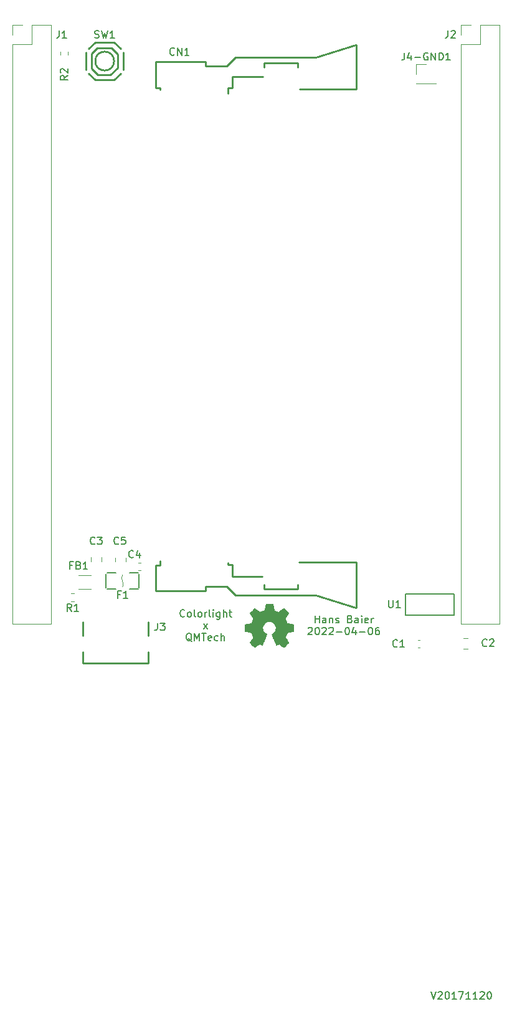
<source format=gbr>
%TF.GenerationSoftware,KiCad,Pcbnew,6.0.4-6f826c9f35~116~ubuntu20.04.1*%
%TF.CreationDate,2022-04-07T06:29:18+07:00*%
%TF.ProjectId,Colorlight2QMTech,436f6c6f-726c-4696-9768-7432514d5465,rev?*%
%TF.SameCoordinates,Original*%
%TF.FileFunction,Legend,Top*%
%TF.FilePolarity,Positive*%
%FSLAX46Y46*%
G04 Gerber Fmt 4.6, Leading zero omitted, Abs format (unit mm)*
G04 Created by KiCad (PCBNEW 6.0.4-6f826c9f35~116~ubuntu20.04.1) date 2022-04-07 06:29:18*
%MOMM*%
%LPD*%
G01*
G04 APERTURE LIST*
%ADD10C,0.150000*%
%ADD11C,0.120000*%
%ADD12C,0.250000*%
%ADD13C,0.010000*%
%ADD14C,0.080000*%
G04 APERTURE END LIST*
D10*
X135033238Y-122075380D02*
X135033238Y-121075380D01*
X135033238Y-121551571D02*
X135604666Y-121551571D01*
X135604666Y-122075380D02*
X135604666Y-121075380D01*
X136509428Y-122075380D02*
X136509428Y-121551571D01*
X136461809Y-121456333D01*
X136366571Y-121408714D01*
X136176095Y-121408714D01*
X136080857Y-121456333D01*
X136509428Y-122027761D02*
X136414190Y-122075380D01*
X136176095Y-122075380D01*
X136080857Y-122027761D01*
X136033238Y-121932523D01*
X136033238Y-121837285D01*
X136080857Y-121742047D01*
X136176095Y-121694428D01*
X136414190Y-121694428D01*
X136509428Y-121646809D01*
X136985619Y-121408714D02*
X136985619Y-122075380D01*
X136985619Y-121503952D02*
X137033238Y-121456333D01*
X137128476Y-121408714D01*
X137271333Y-121408714D01*
X137366571Y-121456333D01*
X137414190Y-121551571D01*
X137414190Y-122075380D01*
X137842761Y-122027761D02*
X137938000Y-122075380D01*
X138128476Y-122075380D01*
X138223714Y-122027761D01*
X138271333Y-121932523D01*
X138271333Y-121884904D01*
X138223714Y-121789666D01*
X138128476Y-121742047D01*
X137985619Y-121742047D01*
X137890380Y-121694428D01*
X137842761Y-121599190D01*
X137842761Y-121551571D01*
X137890380Y-121456333D01*
X137985619Y-121408714D01*
X138128476Y-121408714D01*
X138223714Y-121456333D01*
X139795142Y-121551571D02*
X139938000Y-121599190D01*
X139985619Y-121646809D01*
X140033238Y-121742047D01*
X140033238Y-121884904D01*
X139985619Y-121980142D01*
X139938000Y-122027761D01*
X139842761Y-122075380D01*
X139461809Y-122075380D01*
X139461809Y-121075380D01*
X139795142Y-121075380D01*
X139890380Y-121123000D01*
X139938000Y-121170619D01*
X139985619Y-121265857D01*
X139985619Y-121361095D01*
X139938000Y-121456333D01*
X139890380Y-121503952D01*
X139795142Y-121551571D01*
X139461809Y-121551571D01*
X140890380Y-122075380D02*
X140890380Y-121551571D01*
X140842761Y-121456333D01*
X140747523Y-121408714D01*
X140557047Y-121408714D01*
X140461809Y-121456333D01*
X140890380Y-122027761D02*
X140795142Y-122075380D01*
X140557047Y-122075380D01*
X140461809Y-122027761D01*
X140414190Y-121932523D01*
X140414190Y-121837285D01*
X140461809Y-121742047D01*
X140557047Y-121694428D01*
X140795142Y-121694428D01*
X140890380Y-121646809D01*
X141366571Y-122075380D02*
X141366571Y-121408714D01*
X141366571Y-121075380D02*
X141318952Y-121123000D01*
X141366571Y-121170619D01*
X141414190Y-121123000D01*
X141366571Y-121075380D01*
X141366571Y-121170619D01*
X142223714Y-122027761D02*
X142128476Y-122075380D01*
X141938000Y-122075380D01*
X141842761Y-122027761D01*
X141795142Y-121932523D01*
X141795142Y-121551571D01*
X141842761Y-121456333D01*
X141938000Y-121408714D01*
X142128476Y-121408714D01*
X142223714Y-121456333D01*
X142271333Y-121551571D01*
X142271333Y-121646809D01*
X141795142Y-121742047D01*
X142699904Y-122075380D02*
X142699904Y-121408714D01*
X142699904Y-121599190D02*
X142747523Y-121503952D01*
X142795142Y-121456333D01*
X142890380Y-121408714D01*
X142985619Y-121408714D01*
X134080857Y-122780619D02*
X134128476Y-122733000D01*
X134223714Y-122685380D01*
X134461809Y-122685380D01*
X134557047Y-122733000D01*
X134604666Y-122780619D01*
X134652285Y-122875857D01*
X134652285Y-122971095D01*
X134604666Y-123113952D01*
X134033238Y-123685380D01*
X134652285Y-123685380D01*
X135271333Y-122685380D02*
X135366571Y-122685380D01*
X135461809Y-122733000D01*
X135509428Y-122780619D01*
X135557047Y-122875857D01*
X135604666Y-123066333D01*
X135604666Y-123304428D01*
X135557047Y-123494904D01*
X135509428Y-123590142D01*
X135461809Y-123637761D01*
X135366571Y-123685380D01*
X135271333Y-123685380D01*
X135176095Y-123637761D01*
X135128476Y-123590142D01*
X135080857Y-123494904D01*
X135033238Y-123304428D01*
X135033238Y-123066333D01*
X135080857Y-122875857D01*
X135128476Y-122780619D01*
X135176095Y-122733000D01*
X135271333Y-122685380D01*
X135985619Y-122780619D02*
X136033238Y-122733000D01*
X136128476Y-122685380D01*
X136366571Y-122685380D01*
X136461809Y-122733000D01*
X136509428Y-122780619D01*
X136557047Y-122875857D01*
X136557047Y-122971095D01*
X136509428Y-123113952D01*
X135938000Y-123685380D01*
X136557047Y-123685380D01*
X136938000Y-122780619D02*
X136985619Y-122733000D01*
X137080857Y-122685380D01*
X137318952Y-122685380D01*
X137414190Y-122733000D01*
X137461809Y-122780619D01*
X137509428Y-122875857D01*
X137509428Y-122971095D01*
X137461809Y-123113952D01*
X136890380Y-123685380D01*
X137509428Y-123685380D01*
X137938000Y-123304428D02*
X138699904Y-123304428D01*
X139366571Y-122685380D02*
X139461809Y-122685380D01*
X139557047Y-122733000D01*
X139604666Y-122780619D01*
X139652285Y-122875857D01*
X139699904Y-123066333D01*
X139699904Y-123304428D01*
X139652285Y-123494904D01*
X139604666Y-123590142D01*
X139557047Y-123637761D01*
X139461809Y-123685380D01*
X139366571Y-123685380D01*
X139271333Y-123637761D01*
X139223714Y-123590142D01*
X139176095Y-123494904D01*
X139128476Y-123304428D01*
X139128476Y-123066333D01*
X139176095Y-122875857D01*
X139223714Y-122780619D01*
X139271333Y-122733000D01*
X139366571Y-122685380D01*
X140557047Y-123018714D02*
X140557047Y-123685380D01*
X140318952Y-122637761D02*
X140080857Y-123352047D01*
X140699904Y-123352047D01*
X141080857Y-123304428D02*
X141842761Y-123304428D01*
X142509428Y-122685380D02*
X142604666Y-122685380D01*
X142699904Y-122733000D01*
X142747523Y-122780619D01*
X142795142Y-122875857D01*
X142842761Y-123066333D01*
X142842761Y-123304428D01*
X142795142Y-123494904D01*
X142747523Y-123590142D01*
X142699904Y-123637761D01*
X142604666Y-123685380D01*
X142509428Y-123685380D01*
X142414190Y-123637761D01*
X142366571Y-123590142D01*
X142318952Y-123494904D01*
X142271333Y-123304428D01*
X142271333Y-123066333D01*
X142318952Y-122875857D01*
X142366571Y-122780619D01*
X142414190Y-122733000D01*
X142509428Y-122685380D01*
X143699904Y-122685380D02*
X143509428Y-122685380D01*
X143414190Y-122733000D01*
X143366571Y-122780619D01*
X143271333Y-122923476D01*
X143223714Y-123113952D01*
X143223714Y-123494904D01*
X143271333Y-123590142D01*
X143318952Y-123637761D01*
X143414190Y-123685380D01*
X143604666Y-123685380D01*
X143699904Y-123637761D01*
X143747523Y-123590142D01*
X143795142Y-123494904D01*
X143795142Y-123256809D01*
X143747523Y-123161571D01*
X143699904Y-123113952D01*
X143604666Y-123066333D01*
X143414190Y-123066333D01*
X143318952Y-123113952D01*
X143271333Y-123161571D01*
X143223714Y-123256809D01*
X117284857Y-121175142D02*
X117237238Y-121222761D01*
X117094380Y-121270380D01*
X116999142Y-121270380D01*
X116856285Y-121222761D01*
X116761047Y-121127523D01*
X116713428Y-121032285D01*
X116665809Y-120841809D01*
X116665809Y-120698952D01*
X116713428Y-120508476D01*
X116761047Y-120413238D01*
X116856285Y-120318000D01*
X116999142Y-120270380D01*
X117094380Y-120270380D01*
X117237238Y-120318000D01*
X117284857Y-120365619D01*
X117856285Y-121270380D02*
X117761047Y-121222761D01*
X117713428Y-121175142D01*
X117665809Y-121079904D01*
X117665809Y-120794190D01*
X117713428Y-120698952D01*
X117761047Y-120651333D01*
X117856285Y-120603714D01*
X117999142Y-120603714D01*
X118094380Y-120651333D01*
X118142000Y-120698952D01*
X118189619Y-120794190D01*
X118189619Y-121079904D01*
X118142000Y-121175142D01*
X118094380Y-121222761D01*
X117999142Y-121270380D01*
X117856285Y-121270380D01*
X118761047Y-121270380D02*
X118665809Y-121222761D01*
X118618190Y-121127523D01*
X118618190Y-120270380D01*
X119284857Y-121270380D02*
X119189619Y-121222761D01*
X119142000Y-121175142D01*
X119094380Y-121079904D01*
X119094380Y-120794190D01*
X119142000Y-120698952D01*
X119189619Y-120651333D01*
X119284857Y-120603714D01*
X119427714Y-120603714D01*
X119522952Y-120651333D01*
X119570571Y-120698952D01*
X119618190Y-120794190D01*
X119618190Y-121079904D01*
X119570571Y-121175142D01*
X119522952Y-121222761D01*
X119427714Y-121270380D01*
X119284857Y-121270380D01*
X120046761Y-121270380D02*
X120046761Y-120603714D01*
X120046761Y-120794190D02*
X120094380Y-120698952D01*
X120142000Y-120651333D01*
X120237238Y-120603714D01*
X120332476Y-120603714D01*
X120808666Y-121270380D02*
X120713428Y-121222761D01*
X120665809Y-121127523D01*
X120665809Y-120270380D01*
X121189619Y-121270380D02*
X121189619Y-120603714D01*
X121189619Y-120270380D02*
X121142000Y-120318000D01*
X121189619Y-120365619D01*
X121237238Y-120318000D01*
X121189619Y-120270380D01*
X121189619Y-120365619D01*
X122094380Y-120603714D02*
X122094380Y-121413238D01*
X122046761Y-121508476D01*
X121999142Y-121556095D01*
X121903904Y-121603714D01*
X121761047Y-121603714D01*
X121665809Y-121556095D01*
X122094380Y-121222761D02*
X121999142Y-121270380D01*
X121808666Y-121270380D01*
X121713428Y-121222761D01*
X121665809Y-121175142D01*
X121618190Y-121079904D01*
X121618190Y-120794190D01*
X121665809Y-120698952D01*
X121713428Y-120651333D01*
X121808666Y-120603714D01*
X121999142Y-120603714D01*
X122094380Y-120651333D01*
X122570571Y-121270380D02*
X122570571Y-120270380D01*
X122999142Y-121270380D02*
X122999142Y-120746571D01*
X122951523Y-120651333D01*
X122856285Y-120603714D01*
X122713428Y-120603714D01*
X122618190Y-120651333D01*
X122570571Y-120698952D01*
X123332476Y-120603714D02*
X123713428Y-120603714D01*
X123475333Y-120270380D02*
X123475333Y-121127523D01*
X123522952Y-121222761D01*
X123618190Y-121270380D01*
X123713428Y-121270380D01*
X119880095Y-122880380D02*
X120403904Y-122213714D01*
X119880095Y-122213714D02*
X120403904Y-122880380D01*
X118261047Y-124585619D02*
X118165809Y-124538000D01*
X118070571Y-124442761D01*
X117927714Y-124299904D01*
X117832476Y-124252285D01*
X117737238Y-124252285D01*
X117784857Y-124490380D02*
X117689619Y-124442761D01*
X117594380Y-124347523D01*
X117546761Y-124157047D01*
X117546761Y-123823714D01*
X117594380Y-123633238D01*
X117689619Y-123538000D01*
X117784857Y-123490380D01*
X117975333Y-123490380D01*
X118070571Y-123538000D01*
X118165809Y-123633238D01*
X118213428Y-123823714D01*
X118213428Y-124157047D01*
X118165809Y-124347523D01*
X118070571Y-124442761D01*
X117975333Y-124490380D01*
X117784857Y-124490380D01*
X118642000Y-124490380D02*
X118642000Y-123490380D01*
X118975333Y-124204666D01*
X119308666Y-123490380D01*
X119308666Y-124490380D01*
X119642000Y-123490380D02*
X120213428Y-123490380D01*
X119927714Y-124490380D02*
X119927714Y-123490380D01*
X120927714Y-124442761D02*
X120832476Y-124490380D01*
X120642000Y-124490380D01*
X120546761Y-124442761D01*
X120499142Y-124347523D01*
X120499142Y-123966571D01*
X120546761Y-123871333D01*
X120642000Y-123823714D01*
X120832476Y-123823714D01*
X120927714Y-123871333D01*
X120975333Y-123966571D01*
X120975333Y-124061809D01*
X120499142Y-124157047D01*
X121832476Y-124442761D02*
X121737238Y-124490380D01*
X121546761Y-124490380D01*
X121451523Y-124442761D01*
X121403904Y-124395142D01*
X121356285Y-124299904D01*
X121356285Y-124014190D01*
X121403904Y-123918952D01*
X121451523Y-123871333D01*
X121546761Y-123823714D01*
X121737238Y-123823714D01*
X121832476Y-123871333D01*
X122261047Y-124490380D02*
X122261047Y-123490380D01*
X122689619Y-124490380D02*
X122689619Y-123966571D01*
X122642000Y-123871333D01*
X122546761Y-123823714D01*
X122403904Y-123823714D01*
X122308666Y-123871333D01*
X122261047Y-123918952D01*
%TO.C,N2*%
X150797142Y-172172380D02*
X151130476Y-173172380D01*
X151463809Y-172172380D01*
X151749523Y-172267619D02*
X151797142Y-172220000D01*
X151892380Y-172172380D01*
X152130476Y-172172380D01*
X152225714Y-172220000D01*
X152273333Y-172267619D01*
X152320952Y-172362857D01*
X152320952Y-172458095D01*
X152273333Y-172600952D01*
X151701904Y-173172380D01*
X152320952Y-173172380D01*
X152940000Y-172172380D02*
X153035238Y-172172380D01*
X153130476Y-172220000D01*
X153178095Y-172267619D01*
X153225714Y-172362857D01*
X153273333Y-172553333D01*
X153273333Y-172791428D01*
X153225714Y-172981904D01*
X153178095Y-173077142D01*
X153130476Y-173124761D01*
X153035238Y-173172380D01*
X152940000Y-173172380D01*
X152844761Y-173124761D01*
X152797142Y-173077142D01*
X152749523Y-172981904D01*
X152701904Y-172791428D01*
X152701904Y-172553333D01*
X152749523Y-172362857D01*
X152797142Y-172267619D01*
X152844761Y-172220000D01*
X152940000Y-172172380D01*
X154225714Y-173172380D02*
X153654285Y-173172380D01*
X153940000Y-173172380D02*
X153940000Y-172172380D01*
X153844761Y-172315238D01*
X153749523Y-172410476D01*
X153654285Y-172458095D01*
X154559047Y-172172380D02*
X155225714Y-172172380D01*
X154797142Y-173172380D01*
X156130476Y-173172380D02*
X155559047Y-173172380D01*
X155844761Y-173172380D02*
X155844761Y-172172380D01*
X155749523Y-172315238D01*
X155654285Y-172410476D01*
X155559047Y-172458095D01*
X157082857Y-173172380D02*
X156511428Y-173172380D01*
X156797142Y-173172380D02*
X156797142Y-172172380D01*
X156701904Y-172315238D01*
X156606666Y-172410476D01*
X156511428Y-172458095D01*
X157463809Y-172267619D02*
X157511428Y-172220000D01*
X157606666Y-172172380D01*
X157844761Y-172172380D01*
X157940000Y-172220000D01*
X157987619Y-172267619D01*
X158035238Y-172362857D01*
X158035238Y-172458095D01*
X157987619Y-172600952D01*
X157416190Y-173172380D01*
X158035238Y-173172380D01*
X158654285Y-172172380D02*
X158749523Y-172172380D01*
X158844761Y-172220000D01*
X158892380Y-172267619D01*
X158940000Y-172362857D01*
X158987619Y-172553333D01*
X158987619Y-172791428D01*
X158940000Y-172981904D01*
X158892380Y-173077142D01*
X158844761Y-173124761D01*
X158749523Y-173172380D01*
X158654285Y-173172380D01*
X158559047Y-173124761D01*
X158511428Y-173077142D01*
X158463809Y-172981904D01*
X158416190Y-172791428D01*
X158416190Y-172553333D01*
X158463809Y-172362857D01*
X158511428Y-172267619D01*
X158559047Y-172220000D01*
X158654285Y-172172380D01*
%TO.C,J1*%
X100250666Y-41616380D02*
X100250666Y-42330666D01*
X100203047Y-42473523D01*
X100107809Y-42568761D01*
X99964952Y-42616380D01*
X99869714Y-42616380D01*
X101250666Y-42616380D02*
X100679238Y-42616380D01*
X100964952Y-42616380D02*
X100964952Y-41616380D01*
X100869714Y-41759238D01*
X100774476Y-41854476D01*
X100679238Y-41902095D01*
%TO.C,C1*%
X146215333Y-125264142D02*
X146167714Y-125311761D01*
X146024857Y-125359380D01*
X145929619Y-125359380D01*
X145786761Y-125311761D01*
X145691523Y-125216523D01*
X145643904Y-125121285D01*
X145596285Y-124930809D01*
X145596285Y-124787952D01*
X145643904Y-124597476D01*
X145691523Y-124502238D01*
X145786761Y-124407000D01*
X145929619Y-124359380D01*
X146024857Y-124359380D01*
X146167714Y-124407000D01*
X146215333Y-124454619D01*
X147167714Y-125359380D02*
X146596285Y-125359380D01*
X146882000Y-125359380D02*
X146882000Y-124359380D01*
X146786761Y-124502238D01*
X146691523Y-124597476D01*
X146596285Y-124645095D01*
%TO.C,C4*%
X110323333Y-113133142D02*
X110275714Y-113180761D01*
X110132857Y-113228380D01*
X110037619Y-113228380D01*
X109894761Y-113180761D01*
X109799523Y-113085523D01*
X109751904Y-112990285D01*
X109704285Y-112799809D01*
X109704285Y-112656952D01*
X109751904Y-112466476D01*
X109799523Y-112371238D01*
X109894761Y-112276000D01*
X110037619Y-112228380D01*
X110132857Y-112228380D01*
X110275714Y-112276000D01*
X110323333Y-112323619D01*
X111180476Y-112561714D02*
X111180476Y-113228380D01*
X110942380Y-112180761D02*
X110704285Y-112895047D01*
X111323333Y-112895047D01*
%TO.C,C3*%
X105111533Y-111305142D02*
X105063914Y-111352761D01*
X104921057Y-111400380D01*
X104825819Y-111400380D01*
X104682961Y-111352761D01*
X104587723Y-111257523D01*
X104540104Y-111162285D01*
X104492485Y-110971809D01*
X104492485Y-110828952D01*
X104540104Y-110638476D01*
X104587723Y-110543238D01*
X104682961Y-110448000D01*
X104825819Y-110400380D01*
X104921057Y-110400380D01*
X105063914Y-110448000D01*
X105111533Y-110495619D01*
X105444866Y-110400380D02*
X106063914Y-110400380D01*
X105730580Y-110781333D01*
X105873438Y-110781333D01*
X105968676Y-110828952D01*
X106016295Y-110876571D01*
X106063914Y-110971809D01*
X106063914Y-111209904D01*
X106016295Y-111305142D01*
X105968676Y-111352761D01*
X105873438Y-111400380D01*
X105587723Y-111400380D01*
X105492485Y-111352761D01*
X105444866Y-111305142D01*
%TO.C,CN1*%
X115895523Y-44857942D02*
X115847904Y-44905561D01*
X115705047Y-44953180D01*
X115609809Y-44953180D01*
X115466952Y-44905561D01*
X115371714Y-44810323D01*
X115324095Y-44715085D01*
X115276476Y-44524609D01*
X115276476Y-44381752D01*
X115324095Y-44191276D01*
X115371714Y-44096038D01*
X115466952Y-44000800D01*
X115609809Y-43953180D01*
X115705047Y-43953180D01*
X115847904Y-44000800D01*
X115895523Y-44048419D01*
X116324095Y-44953180D02*
X116324095Y-43953180D01*
X116895523Y-44953180D01*
X116895523Y-43953180D01*
X117895523Y-44953180D02*
X117324095Y-44953180D01*
X117609809Y-44953180D02*
X117609809Y-43953180D01*
X117514571Y-44096038D01*
X117419333Y-44191276D01*
X117324095Y-44238895D01*
%TO.C,SW1*%
X105092666Y-42568761D02*
X105235523Y-42616380D01*
X105473619Y-42616380D01*
X105568857Y-42568761D01*
X105616476Y-42521142D01*
X105664095Y-42425904D01*
X105664095Y-42330666D01*
X105616476Y-42235428D01*
X105568857Y-42187809D01*
X105473619Y-42140190D01*
X105283142Y-42092571D01*
X105187904Y-42044952D01*
X105140285Y-41997333D01*
X105092666Y-41902095D01*
X105092666Y-41806857D01*
X105140285Y-41711619D01*
X105187904Y-41664000D01*
X105283142Y-41616380D01*
X105521238Y-41616380D01*
X105664095Y-41664000D01*
X105997428Y-41616380D02*
X106235523Y-42616380D01*
X106426000Y-41902095D01*
X106616476Y-42616380D01*
X106854571Y-41616380D01*
X107759333Y-42616380D02*
X107187904Y-42616380D01*
X107473619Y-42616380D02*
X107473619Y-41616380D01*
X107378380Y-41759238D01*
X107283142Y-41854476D01*
X107187904Y-41902095D01*
%TO.C,C2*%
X158375333Y-125174142D02*
X158327714Y-125221761D01*
X158184857Y-125269380D01*
X158089619Y-125269380D01*
X157946761Y-125221761D01*
X157851523Y-125126523D01*
X157803904Y-125031285D01*
X157756285Y-124840809D01*
X157756285Y-124697952D01*
X157803904Y-124507476D01*
X157851523Y-124412238D01*
X157946761Y-124317000D01*
X158089619Y-124269380D01*
X158184857Y-124269380D01*
X158327714Y-124317000D01*
X158375333Y-124364619D01*
X158756285Y-124364619D02*
X158803904Y-124317000D01*
X158899142Y-124269380D01*
X159137238Y-124269380D01*
X159232476Y-124317000D01*
X159280095Y-124364619D01*
X159327714Y-124459857D01*
X159327714Y-124555095D01*
X159280095Y-124697952D01*
X158708666Y-125269380D01*
X159327714Y-125269380D01*
%TO.C,U1*%
X145034095Y-118984780D02*
X145034095Y-119794304D01*
X145081714Y-119889542D01*
X145129333Y-119937161D01*
X145224571Y-119984780D01*
X145415047Y-119984780D01*
X145510285Y-119937161D01*
X145557904Y-119889542D01*
X145605523Y-119794304D01*
X145605523Y-118984780D01*
X146605523Y-119984780D02*
X146034095Y-119984780D01*
X146319809Y-119984780D02*
X146319809Y-118984780D01*
X146224571Y-119127638D01*
X146129333Y-119222876D01*
X146034095Y-119270495D01*
%TO.C,J2*%
X153082666Y-41616380D02*
X153082666Y-42330666D01*
X153035047Y-42473523D01*
X152939809Y-42568761D01*
X152796952Y-42616380D01*
X152701714Y-42616380D01*
X153511238Y-41711619D02*
X153558857Y-41664000D01*
X153654095Y-41616380D01*
X153892190Y-41616380D01*
X153987428Y-41664000D01*
X154035047Y-41711619D01*
X154082666Y-41806857D01*
X154082666Y-41902095D01*
X154035047Y-42044952D01*
X153463619Y-42616380D01*
X154082666Y-42616380D01*
%TO.C,R2*%
X101391980Y-47715466D02*
X100915790Y-48048800D01*
X101391980Y-48286895D02*
X100391980Y-48286895D01*
X100391980Y-47905942D01*
X100439600Y-47810704D01*
X100487219Y-47763085D01*
X100582457Y-47715466D01*
X100725314Y-47715466D01*
X100820552Y-47763085D01*
X100868171Y-47810704D01*
X100915790Y-47905942D01*
X100915790Y-48286895D01*
X100487219Y-47334514D02*
X100439600Y-47286895D01*
X100391980Y-47191657D01*
X100391980Y-46953561D01*
X100439600Y-46858323D01*
X100487219Y-46810704D01*
X100582457Y-46763085D01*
X100677695Y-46763085D01*
X100820552Y-46810704D01*
X101391980Y-47382133D01*
X101391980Y-46763085D01*
%TO.C,C5*%
X108311933Y-111305142D02*
X108264314Y-111352761D01*
X108121457Y-111400380D01*
X108026219Y-111400380D01*
X107883361Y-111352761D01*
X107788123Y-111257523D01*
X107740504Y-111162285D01*
X107692885Y-110971809D01*
X107692885Y-110828952D01*
X107740504Y-110638476D01*
X107788123Y-110543238D01*
X107883361Y-110448000D01*
X108026219Y-110400380D01*
X108121457Y-110400380D01*
X108264314Y-110448000D01*
X108311933Y-110495619D01*
X109216695Y-110400380D02*
X108740504Y-110400380D01*
X108692885Y-110876571D01*
X108740504Y-110828952D01*
X108835742Y-110781333D01*
X109073838Y-110781333D01*
X109169076Y-110828952D01*
X109216695Y-110876571D01*
X109264314Y-110971809D01*
X109264314Y-111209904D01*
X109216695Y-111305142D01*
X109169076Y-111352761D01*
X109073838Y-111400380D01*
X108835742Y-111400380D01*
X108740504Y-111352761D01*
X108692885Y-111305142D01*
%TO.C,J4-GND1*%
X147161619Y-44620380D02*
X147161619Y-45334666D01*
X147114000Y-45477523D01*
X147018761Y-45572761D01*
X146875904Y-45620380D01*
X146780666Y-45620380D01*
X148066380Y-44953714D02*
X148066380Y-45620380D01*
X147828285Y-44572761D02*
X147590190Y-45287047D01*
X148209238Y-45287047D01*
X148590190Y-45239428D02*
X149352095Y-45239428D01*
X150352095Y-44668000D02*
X150256857Y-44620380D01*
X150114000Y-44620380D01*
X149971142Y-44668000D01*
X149875904Y-44763238D01*
X149828285Y-44858476D01*
X149780666Y-45048952D01*
X149780666Y-45191809D01*
X149828285Y-45382285D01*
X149875904Y-45477523D01*
X149971142Y-45572761D01*
X150114000Y-45620380D01*
X150209238Y-45620380D01*
X150352095Y-45572761D01*
X150399714Y-45525142D01*
X150399714Y-45191809D01*
X150209238Y-45191809D01*
X150828285Y-45620380D02*
X150828285Y-44620380D01*
X151399714Y-45620380D01*
X151399714Y-44620380D01*
X151875904Y-45620380D02*
X151875904Y-44620380D01*
X152114000Y-44620380D01*
X152256857Y-44668000D01*
X152352095Y-44763238D01*
X152399714Y-44858476D01*
X152447333Y-45048952D01*
X152447333Y-45191809D01*
X152399714Y-45382285D01*
X152352095Y-45477523D01*
X152256857Y-45572761D01*
X152114000Y-45620380D01*
X151875904Y-45620380D01*
X153399714Y-45620380D02*
X152828285Y-45620380D01*
X153114000Y-45620380D02*
X153114000Y-44620380D01*
X153018761Y-44763238D01*
X152923523Y-44858476D01*
X152828285Y-44906095D01*
%TO.C,J3*%
X113611066Y-122083580D02*
X113611066Y-122797866D01*
X113563447Y-122940723D01*
X113468209Y-123035961D01*
X113325352Y-123083580D01*
X113230114Y-123083580D01*
X113992019Y-122083580D02*
X114611066Y-122083580D01*
X114277733Y-122464533D01*
X114420590Y-122464533D01*
X114515828Y-122512152D01*
X114563447Y-122559771D01*
X114611066Y-122655009D01*
X114611066Y-122893104D01*
X114563447Y-122988342D01*
X114515828Y-123035961D01*
X114420590Y-123083580D01*
X114134876Y-123083580D01*
X114039638Y-123035961D01*
X113992019Y-122988342D01*
%TO.C,R1*%
X101912333Y-120492380D02*
X101579000Y-120016190D01*
X101340904Y-120492380D02*
X101340904Y-119492380D01*
X101721857Y-119492380D01*
X101817095Y-119540000D01*
X101864714Y-119587619D01*
X101912333Y-119682857D01*
X101912333Y-119825714D01*
X101864714Y-119920952D01*
X101817095Y-119968571D01*
X101721857Y-120016190D01*
X101340904Y-120016190D01*
X102864714Y-120492380D02*
X102293285Y-120492380D01*
X102579000Y-120492380D02*
X102579000Y-119492380D01*
X102483761Y-119635238D01*
X102388523Y-119730476D01*
X102293285Y-119778095D01*
%TO.C,FB1*%
X102036666Y-114228571D02*
X101703333Y-114228571D01*
X101703333Y-114752380D02*
X101703333Y-113752380D01*
X102179523Y-113752380D01*
X102893809Y-114228571D02*
X103036666Y-114276190D01*
X103084285Y-114323809D01*
X103131904Y-114419047D01*
X103131904Y-114561904D01*
X103084285Y-114657142D01*
X103036666Y-114704761D01*
X102941428Y-114752380D01*
X102560476Y-114752380D01*
X102560476Y-113752380D01*
X102893809Y-113752380D01*
X102989047Y-113800000D01*
X103036666Y-113847619D01*
X103084285Y-113942857D01*
X103084285Y-114038095D01*
X103036666Y-114133333D01*
X102989047Y-114180952D01*
X102893809Y-114228571D01*
X102560476Y-114228571D01*
X104084285Y-114752380D02*
X103512857Y-114752380D01*
X103798571Y-114752380D02*
X103798571Y-113752380D01*
X103703333Y-113895238D01*
X103608095Y-113990476D01*
X103512857Y-114038095D01*
%TO.C,F1*%
X108531066Y-118190971D02*
X108197733Y-118190971D01*
X108197733Y-118714780D02*
X108197733Y-117714780D01*
X108673923Y-117714780D01*
X109578685Y-118714780D02*
X109007257Y-118714780D01*
X109292971Y-118714780D02*
X109292971Y-117714780D01*
X109197733Y-117857638D01*
X109102495Y-117952876D01*
X109007257Y-118000495D01*
D11*
%TO.C,J1*%
X93920000Y-43434000D02*
X96520000Y-43434000D01*
X93920000Y-43434000D02*
X93920000Y-122234000D01*
X96520000Y-40834000D02*
X99120000Y-40834000D01*
X93920000Y-122234000D02*
X99120000Y-122234000D01*
X93920000Y-42164000D02*
X93920000Y-40834000D01*
X96520000Y-43434000D02*
X96520000Y-40834000D01*
X93920000Y-40834000D02*
X95250000Y-40834000D01*
X99120000Y-40834000D02*
X99120000Y-122234000D01*
%TO.C,C1*%
X149001420Y-125417000D02*
X149282580Y-125417000D01*
X149001420Y-124397000D02*
X149282580Y-124397000D01*
%TO.C,C4*%
X111308980Y-114886400D02*
X111027820Y-114886400D01*
X111308980Y-113866400D02*
X111027820Y-113866400D01*
%TO.C,C3*%
X104573400Y-113175148D02*
X104573400Y-113697652D01*
X106043400Y-113175148D02*
X106043400Y-113697652D01*
D12*
%TO.C,CN1*%
X135162500Y-118328000D02*
X140572500Y-120008000D01*
X113932500Y-114208000D02*
X113932500Y-113658000D01*
X123022500Y-117128000D02*
X124222500Y-118328000D01*
X123812500Y-49388000D02*
X123152500Y-49388000D01*
X128102500Y-46608000D02*
X128102500Y-45988000D01*
X123152500Y-49388000D02*
X123152500Y-50128000D01*
X140652500Y-120028000D02*
X140652500Y-113848000D01*
X113372500Y-49368000D02*
X113372500Y-45838000D01*
X113932500Y-49368000D02*
X113932500Y-49638000D01*
X123022500Y-46448000D02*
X124222500Y-45248000D01*
X113372500Y-114208000D02*
X113932500Y-114208000D01*
X140652500Y-43548000D02*
X140652500Y-49568000D01*
X140572500Y-120008000D02*
X140652500Y-120028000D01*
X133132500Y-45248000D02*
X135162500Y-45248000D01*
X140652500Y-113848000D02*
X132842500Y-113848000D01*
X123812500Y-114188000D02*
X123812500Y-115728000D01*
X113372500Y-114208000D02*
X113372500Y-117738000D01*
X123152500Y-114188000D02*
X123152500Y-113928000D01*
X113372500Y-117738000D02*
X120182500Y-117738000D01*
X132702500Y-117468000D02*
X132702500Y-116858000D01*
X128102500Y-117468000D02*
X132702500Y-117468000D01*
X128102500Y-117468000D02*
X128102500Y-116848000D01*
X123812500Y-47828000D02*
X127942500Y-47828000D01*
X123812500Y-114188000D02*
X123152500Y-114188000D01*
X123812500Y-49388000D02*
X123812500Y-47828000D01*
X128102500Y-45988000D02*
X132702500Y-45988000D01*
X135162500Y-45248000D02*
X140572500Y-43578000D01*
X132702500Y-45988000D02*
X132702500Y-46598000D01*
X120182500Y-46448000D02*
X123022500Y-46448000D01*
X113372500Y-45838000D02*
X120182500Y-45838000D01*
X120182500Y-117738000D02*
X120182500Y-117128000D01*
X124222500Y-45248000D02*
X133112500Y-45248000D01*
X124222500Y-118328000D02*
X133112500Y-118328000D01*
X140652500Y-49568000D02*
X132902500Y-49568000D01*
X120182500Y-45838000D02*
X120182500Y-46448000D01*
X120182500Y-117128000D02*
X123022500Y-117128000D01*
X113372500Y-49368000D02*
X113932500Y-49368000D01*
X123812500Y-115728000D02*
X127812500Y-115728000D01*
X140572500Y-43578000D02*
X140652500Y-43548000D01*
X133132500Y-118328000D02*
X135162500Y-118328000D01*
%TO.C,N1*%
G36*
X129333814Y-119896931D02*
G01*
X129417635Y-120341555D01*
X129726920Y-120469053D01*
X130036206Y-120596551D01*
X130407246Y-120344246D01*
X130511157Y-120273996D01*
X130605087Y-120211272D01*
X130684652Y-120158938D01*
X130745470Y-120119857D01*
X130783157Y-120096893D01*
X130793421Y-120091942D01*
X130811910Y-120104676D01*
X130851420Y-120139882D01*
X130907522Y-120193062D01*
X130975787Y-120259718D01*
X131051786Y-120335354D01*
X131131092Y-120415472D01*
X131209275Y-120495574D01*
X131281907Y-120571164D01*
X131344559Y-120637745D01*
X131392803Y-120690818D01*
X131422210Y-120725887D01*
X131429241Y-120737623D01*
X131419123Y-120759260D01*
X131390759Y-120806662D01*
X131347129Y-120875193D01*
X131291218Y-120960215D01*
X131226006Y-121057093D01*
X131188219Y-121112350D01*
X131119343Y-121213248D01*
X131058140Y-121304299D01*
X131007578Y-121380970D01*
X130970628Y-121438728D01*
X130950258Y-121473043D01*
X130947197Y-121480254D01*
X130954136Y-121500748D01*
X130973051Y-121548513D01*
X131001087Y-121616832D01*
X131035391Y-121698989D01*
X131073109Y-121788270D01*
X131111387Y-121877958D01*
X131147370Y-121961338D01*
X131178206Y-122031694D01*
X131201039Y-122082310D01*
X131213017Y-122106471D01*
X131213724Y-122107422D01*
X131232531Y-122112036D01*
X131282618Y-122122328D01*
X131358793Y-122137287D01*
X131455865Y-122155901D01*
X131568643Y-122177159D01*
X131634442Y-122189418D01*
X131754950Y-122212362D01*
X131863797Y-122234195D01*
X131955476Y-122253722D01*
X132024481Y-122269748D01*
X132065304Y-122281079D01*
X132073511Y-122284674D01*
X132081548Y-122309006D01*
X132088033Y-122363959D01*
X132092970Y-122443108D01*
X132096364Y-122540026D01*
X132098218Y-122648287D01*
X132098538Y-122761465D01*
X132097327Y-122873135D01*
X132094590Y-122976868D01*
X132090331Y-123066241D01*
X132084555Y-123134826D01*
X132077267Y-123176197D01*
X132072895Y-123184810D01*
X132046764Y-123195133D01*
X131991393Y-123209892D01*
X131914107Y-123227352D01*
X131822230Y-123245780D01*
X131790158Y-123251741D01*
X131635524Y-123280066D01*
X131513375Y-123302876D01*
X131419673Y-123321080D01*
X131350384Y-123335583D01*
X131301471Y-123347292D01*
X131268897Y-123357115D01*
X131248628Y-123365956D01*
X131236626Y-123374724D01*
X131234947Y-123376457D01*
X131218184Y-123404371D01*
X131192614Y-123458695D01*
X131160788Y-123532777D01*
X131125260Y-123619965D01*
X131088583Y-123713608D01*
X131053311Y-123807052D01*
X131021996Y-123893647D01*
X130997193Y-123966740D01*
X130981454Y-124019678D01*
X130977332Y-124045811D01*
X130977676Y-124046726D01*
X130991641Y-124068086D01*
X131023322Y-124115084D01*
X131069391Y-124182827D01*
X131126518Y-124266423D01*
X131191373Y-124360982D01*
X131209843Y-124387854D01*
X131275699Y-124485275D01*
X131333650Y-124574163D01*
X131380538Y-124649412D01*
X131413207Y-124705920D01*
X131428500Y-124738581D01*
X131429241Y-124742593D01*
X131416392Y-124763684D01*
X131380888Y-124805464D01*
X131327293Y-124863445D01*
X131260171Y-124933135D01*
X131184087Y-125010045D01*
X131103604Y-125089683D01*
X131023287Y-125167561D01*
X130947699Y-125239186D01*
X130881405Y-125300070D01*
X130828969Y-125345721D01*
X130794955Y-125371650D01*
X130785545Y-125375883D01*
X130763643Y-125365912D01*
X130718800Y-125339020D01*
X130658321Y-125299736D01*
X130611789Y-125268117D01*
X130527475Y-125210098D01*
X130427626Y-125141784D01*
X130327473Y-125073579D01*
X130273627Y-125037075D01*
X130091371Y-124913800D01*
X129938381Y-124996520D01*
X129868682Y-125032759D01*
X129809414Y-125060926D01*
X129769311Y-125076991D01*
X129759103Y-125079226D01*
X129746829Y-125062722D01*
X129722613Y-125016082D01*
X129688263Y-124943609D01*
X129645588Y-124849606D01*
X129596394Y-124738374D01*
X129542490Y-124614215D01*
X129485684Y-124481432D01*
X129427782Y-124344327D01*
X129370593Y-124207202D01*
X129315924Y-124074358D01*
X129265584Y-123950098D01*
X129221380Y-123838725D01*
X129185119Y-123744539D01*
X129158609Y-123671844D01*
X129143658Y-123624941D01*
X129141254Y-123608833D01*
X129160311Y-123588286D01*
X129202036Y-123554933D01*
X129257706Y-123515702D01*
X129262378Y-123512599D01*
X129406264Y-123397423D01*
X129522283Y-123263053D01*
X129609430Y-123113784D01*
X129666699Y-122953913D01*
X129693086Y-122787737D01*
X129687585Y-122619552D01*
X129649190Y-122453655D01*
X129576895Y-122294342D01*
X129555626Y-122259487D01*
X129444996Y-122118737D01*
X129314302Y-122005714D01*
X129168064Y-121921003D01*
X129010808Y-121865194D01*
X128847057Y-121838874D01*
X128681333Y-121842630D01*
X128518162Y-121877050D01*
X128362065Y-121942723D01*
X128217567Y-122040235D01*
X128172869Y-122079813D01*
X128059112Y-122203703D01*
X127976218Y-122334124D01*
X127919356Y-122480315D01*
X127887687Y-122625088D01*
X127879869Y-122787860D01*
X127905938Y-122951440D01*
X127963245Y-123110298D01*
X128049144Y-123258906D01*
X128160986Y-123391735D01*
X128296123Y-123503256D01*
X128313883Y-123515011D01*
X128370150Y-123553508D01*
X128412923Y-123586863D01*
X128433372Y-123608160D01*
X128433669Y-123608833D01*
X128429279Y-123631871D01*
X128411876Y-123684157D01*
X128383268Y-123761390D01*
X128345265Y-123859268D01*
X128299674Y-123973491D01*
X128248303Y-124099758D01*
X128192962Y-124233767D01*
X128135458Y-124371218D01*
X128077601Y-124507808D01*
X128021198Y-124639237D01*
X127968058Y-124761205D01*
X127919990Y-124869409D01*
X127878801Y-124959549D01*
X127846301Y-125027323D01*
X127824297Y-125068430D01*
X127815436Y-125079226D01*
X127788360Y-125070819D01*
X127737697Y-125048272D01*
X127672183Y-125015613D01*
X127636159Y-124996520D01*
X127483168Y-124913800D01*
X127300912Y-125037075D01*
X127207875Y-125100228D01*
X127106015Y-125169727D01*
X127010562Y-125235165D01*
X126962750Y-125268117D01*
X126895505Y-125313273D01*
X126838564Y-125349057D01*
X126799354Y-125370938D01*
X126786619Y-125375563D01*
X126768083Y-125363085D01*
X126727059Y-125328252D01*
X126667525Y-125274678D01*
X126593458Y-125205983D01*
X126508835Y-125125781D01*
X126455315Y-125074286D01*
X126361681Y-124982286D01*
X126280759Y-124899999D01*
X126215823Y-124830945D01*
X126170142Y-124778644D01*
X126146989Y-124746616D01*
X126144768Y-124740116D01*
X126155076Y-124715394D01*
X126183561Y-124665405D01*
X126227063Y-124595212D01*
X126282423Y-124509875D01*
X126346480Y-124414456D01*
X126364697Y-124387854D01*
X126431073Y-124291167D01*
X126490622Y-124204117D01*
X126540016Y-124131595D01*
X126575925Y-124078493D01*
X126595019Y-124049703D01*
X126596864Y-124046726D01*
X126594105Y-124023782D01*
X126579462Y-123973336D01*
X126555487Y-123902041D01*
X126524734Y-123816547D01*
X126489756Y-123723507D01*
X126453107Y-123629574D01*
X126417339Y-123541399D01*
X126385006Y-123465634D01*
X126358662Y-123408931D01*
X126340858Y-123377943D01*
X126339593Y-123376457D01*
X126328706Y-123367601D01*
X126310318Y-123358843D01*
X126280394Y-123349277D01*
X126234897Y-123337996D01*
X126169791Y-123324093D01*
X126081039Y-123306663D01*
X125964607Y-123284798D01*
X125816458Y-123257591D01*
X125784382Y-123251741D01*
X125689314Y-123233374D01*
X125606435Y-123215405D01*
X125543070Y-123199569D01*
X125506542Y-123187600D01*
X125501644Y-123184810D01*
X125493573Y-123160072D01*
X125487013Y-123104790D01*
X125481967Y-123025389D01*
X125478441Y-122928296D01*
X125476439Y-122819938D01*
X125475964Y-122706740D01*
X125477023Y-122595128D01*
X125479618Y-122491529D01*
X125483754Y-122402368D01*
X125489437Y-122334072D01*
X125496669Y-122293066D01*
X125501029Y-122284674D01*
X125525302Y-122276208D01*
X125580574Y-122262435D01*
X125661338Y-122244550D01*
X125762088Y-122223748D01*
X125877317Y-122201223D01*
X125940098Y-122189418D01*
X126059213Y-122167151D01*
X126165435Y-122146979D01*
X126253573Y-122129915D01*
X126318434Y-122116969D01*
X126354826Y-122109155D01*
X126360816Y-122107422D01*
X126370939Y-122087890D01*
X126392338Y-122040843D01*
X126422161Y-121973003D01*
X126457555Y-121891091D01*
X126495668Y-121801828D01*
X126533647Y-121711935D01*
X126568640Y-121628135D01*
X126597794Y-121557147D01*
X126618257Y-121505694D01*
X126627177Y-121480497D01*
X126627343Y-121479396D01*
X126617231Y-121459519D01*
X126588883Y-121413777D01*
X126545277Y-121346717D01*
X126489394Y-121262884D01*
X126424213Y-121166826D01*
X126386321Y-121111650D01*
X126317275Y-121010481D01*
X126255950Y-120918630D01*
X126205337Y-120840744D01*
X126168429Y-120781469D01*
X126148218Y-120745451D01*
X126145299Y-120737377D01*
X126157847Y-120718584D01*
X126192537Y-120678457D01*
X126244937Y-120621493D01*
X126310616Y-120552185D01*
X126385144Y-120475031D01*
X126464087Y-120394525D01*
X126543017Y-120315163D01*
X126617500Y-120241440D01*
X126683106Y-120177852D01*
X126735404Y-120128894D01*
X126769961Y-120099061D01*
X126781522Y-120091942D01*
X126800346Y-120101953D01*
X126845369Y-120130078D01*
X126912213Y-120173454D01*
X126996501Y-120229218D01*
X127093856Y-120294506D01*
X127167293Y-120344246D01*
X127538333Y-120596551D01*
X128156905Y-120341555D01*
X128240725Y-119896931D01*
X128324546Y-119452307D01*
X129249994Y-119452307D01*
X129333814Y-119896931D01*
G37*
D13*
X129333814Y-119896931D02*
X129417635Y-120341555D01*
X129726920Y-120469053D01*
X130036206Y-120596551D01*
X130407246Y-120344246D01*
X130511157Y-120273996D01*
X130605087Y-120211272D01*
X130684652Y-120158938D01*
X130745470Y-120119857D01*
X130783157Y-120096893D01*
X130793421Y-120091942D01*
X130811910Y-120104676D01*
X130851420Y-120139882D01*
X130907522Y-120193062D01*
X130975787Y-120259718D01*
X131051786Y-120335354D01*
X131131092Y-120415472D01*
X131209275Y-120495574D01*
X131281907Y-120571164D01*
X131344559Y-120637745D01*
X131392803Y-120690818D01*
X131422210Y-120725887D01*
X131429241Y-120737623D01*
X131419123Y-120759260D01*
X131390759Y-120806662D01*
X131347129Y-120875193D01*
X131291218Y-120960215D01*
X131226006Y-121057093D01*
X131188219Y-121112350D01*
X131119343Y-121213248D01*
X131058140Y-121304299D01*
X131007578Y-121380970D01*
X130970628Y-121438728D01*
X130950258Y-121473043D01*
X130947197Y-121480254D01*
X130954136Y-121500748D01*
X130973051Y-121548513D01*
X131001087Y-121616832D01*
X131035391Y-121698989D01*
X131073109Y-121788270D01*
X131111387Y-121877958D01*
X131147370Y-121961338D01*
X131178206Y-122031694D01*
X131201039Y-122082310D01*
X131213017Y-122106471D01*
X131213724Y-122107422D01*
X131232531Y-122112036D01*
X131282618Y-122122328D01*
X131358793Y-122137287D01*
X131455865Y-122155901D01*
X131568643Y-122177159D01*
X131634442Y-122189418D01*
X131754950Y-122212362D01*
X131863797Y-122234195D01*
X131955476Y-122253722D01*
X132024481Y-122269748D01*
X132065304Y-122281079D01*
X132073511Y-122284674D01*
X132081548Y-122309006D01*
X132088033Y-122363959D01*
X132092970Y-122443108D01*
X132096364Y-122540026D01*
X132098218Y-122648287D01*
X132098538Y-122761465D01*
X132097327Y-122873135D01*
X132094590Y-122976868D01*
X132090331Y-123066241D01*
X132084555Y-123134826D01*
X132077267Y-123176197D01*
X132072895Y-123184810D01*
X132046764Y-123195133D01*
X131991393Y-123209892D01*
X131914107Y-123227352D01*
X131822230Y-123245780D01*
X131790158Y-123251741D01*
X131635524Y-123280066D01*
X131513375Y-123302876D01*
X131419673Y-123321080D01*
X131350384Y-123335583D01*
X131301471Y-123347292D01*
X131268897Y-123357115D01*
X131248628Y-123365956D01*
X131236626Y-123374724D01*
X131234947Y-123376457D01*
X131218184Y-123404371D01*
X131192614Y-123458695D01*
X131160788Y-123532777D01*
X131125260Y-123619965D01*
X131088583Y-123713608D01*
X131053311Y-123807052D01*
X131021996Y-123893647D01*
X130997193Y-123966740D01*
X130981454Y-124019678D01*
X130977332Y-124045811D01*
X130977676Y-124046726D01*
X130991641Y-124068086D01*
X131023322Y-124115084D01*
X131069391Y-124182827D01*
X131126518Y-124266423D01*
X131191373Y-124360982D01*
X131209843Y-124387854D01*
X131275699Y-124485275D01*
X131333650Y-124574163D01*
X131380538Y-124649412D01*
X131413207Y-124705920D01*
X131428500Y-124738581D01*
X131429241Y-124742593D01*
X131416392Y-124763684D01*
X131380888Y-124805464D01*
X131327293Y-124863445D01*
X131260171Y-124933135D01*
X131184087Y-125010045D01*
X131103604Y-125089683D01*
X131023287Y-125167561D01*
X130947699Y-125239186D01*
X130881405Y-125300070D01*
X130828969Y-125345721D01*
X130794955Y-125371650D01*
X130785545Y-125375883D01*
X130763643Y-125365912D01*
X130718800Y-125339020D01*
X130658321Y-125299736D01*
X130611789Y-125268117D01*
X130527475Y-125210098D01*
X130427626Y-125141784D01*
X130327473Y-125073579D01*
X130273627Y-125037075D01*
X130091371Y-124913800D01*
X129938381Y-124996520D01*
X129868682Y-125032759D01*
X129809414Y-125060926D01*
X129769311Y-125076991D01*
X129759103Y-125079226D01*
X129746829Y-125062722D01*
X129722613Y-125016082D01*
X129688263Y-124943609D01*
X129645588Y-124849606D01*
X129596394Y-124738374D01*
X129542490Y-124614215D01*
X129485684Y-124481432D01*
X129427782Y-124344327D01*
X129370593Y-124207202D01*
X129315924Y-124074358D01*
X129265584Y-123950098D01*
X129221380Y-123838725D01*
X129185119Y-123744539D01*
X129158609Y-123671844D01*
X129143658Y-123624941D01*
X129141254Y-123608833D01*
X129160311Y-123588286D01*
X129202036Y-123554933D01*
X129257706Y-123515702D01*
X129262378Y-123512599D01*
X129406264Y-123397423D01*
X129522283Y-123263053D01*
X129609430Y-123113784D01*
X129666699Y-122953913D01*
X129693086Y-122787737D01*
X129687585Y-122619552D01*
X129649190Y-122453655D01*
X129576895Y-122294342D01*
X129555626Y-122259487D01*
X129444996Y-122118737D01*
X129314302Y-122005714D01*
X129168064Y-121921003D01*
X129010808Y-121865194D01*
X128847057Y-121838874D01*
X128681333Y-121842630D01*
X128518162Y-121877050D01*
X128362065Y-121942723D01*
X128217567Y-122040235D01*
X128172869Y-122079813D01*
X128059112Y-122203703D01*
X127976218Y-122334124D01*
X127919356Y-122480315D01*
X127887687Y-122625088D01*
X127879869Y-122787860D01*
X127905938Y-122951440D01*
X127963245Y-123110298D01*
X128049144Y-123258906D01*
X128160986Y-123391735D01*
X128296123Y-123503256D01*
X128313883Y-123515011D01*
X128370150Y-123553508D01*
X128412923Y-123586863D01*
X128433372Y-123608160D01*
X128433669Y-123608833D01*
X128429279Y-123631871D01*
X128411876Y-123684157D01*
X128383268Y-123761390D01*
X128345265Y-123859268D01*
X128299674Y-123973491D01*
X128248303Y-124099758D01*
X128192962Y-124233767D01*
X128135458Y-124371218D01*
X128077601Y-124507808D01*
X128021198Y-124639237D01*
X127968058Y-124761205D01*
X127919990Y-124869409D01*
X127878801Y-124959549D01*
X127846301Y-125027323D01*
X127824297Y-125068430D01*
X127815436Y-125079226D01*
X127788360Y-125070819D01*
X127737697Y-125048272D01*
X127672183Y-125015613D01*
X127636159Y-124996520D01*
X127483168Y-124913800D01*
X127300912Y-125037075D01*
X127207875Y-125100228D01*
X127106015Y-125169727D01*
X127010562Y-125235165D01*
X126962750Y-125268117D01*
X126895505Y-125313273D01*
X126838564Y-125349057D01*
X126799354Y-125370938D01*
X126786619Y-125375563D01*
X126768083Y-125363085D01*
X126727059Y-125328252D01*
X126667525Y-125274678D01*
X126593458Y-125205983D01*
X126508835Y-125125781D01*
X126455315Y-125074286D01*
X126361681Y-124982286D01*
X126280759Y-124899999D01*
X126215823Y-124830945D01*
X126170142Y-124778644D01*
X126146989Y-124746616D01*
X126144768Y-124740116D01*
X126155076Y-124715394D01*
X126183561Y-124665405D01*
X126227063Y-124595212D01*
X126282423Y-124509875D01*
X126346480Y-124414456D01*
X126364697Y-124387854D01*
X126431073Y-124291167D01*
X126490622Y-124204117D01*
X126540016Y-124131595D01*
X126575925Y-124078493D01*
X126595019Y-124049703D01*
X126596864Y-124046726D01*
X126594105Y-124023782D01*
X126579462Y-123973336D01*
X126555487Y-123902041D01*
X126524734Y-123816547D01*
X126489756Y-123723507D01*
X126453107Y-123629574D01*
X126417339Y-123541399D01*
X126385006Y-123465634D01*
X126358662Y-123408931D01*
X126340858Y-123377943D01*
X126339593Y-123376457D01*
X126328706Y-123367601D01*
X126310318Y-123358843D01*
X126280394Y-123349277D01*
X126234897Y-123337996D01*
X126169791Y-123324093D01*
X126081039Y-123306663D01*
X125964607Y-123284798D01*
X125816458Y-123257591D01*
X125784382Y-123251741D01*
X125689314Y-123233374D01*
X125606435Y-123215405D01*
X125543070Y-123199569D01*
X125506542Y-123187600D01*
X125501644Y-123184810D01*
X125493573Y-123160072D01*
X125487013Y-123104790D01*
X125481967Y-123025389D01*
X125478441Y-122928296D01*
X125476439Y-122819938D01*
X125475964Y-122706740D01*
X125477023Y-122595128D01*
X125479618Y-122491529D01*
X125483754Y-122402368D01*
X125489437Y-122334072D01*
X125496669Y-122293066D01*
X125501029Y-122284674D01*
X125525302Y-122276208D01*
X125580574Y-122262435D01*
X125661338Y-122244550D01*
X125762088Y-122223748D01*
X125877317Y-122201223D01*
X125940098Y-122189418D01*
X126059213Y-122167151D01*
X126165435Y-122146979D01*
X126253573Y-122129915D01*
X126318434Y-122116969D01*
X126354826Y-122109155D01*
X126360816Y-122107422D01*
X126370939Y-122087890D01*
X126392338Y-122040843D01*
X126422161Y-121973003D01*
X126457555Y-121891091D01*
X126495668Y-121801828D01*
X126533647Y-121711935D01*
X126568640Y-121628135D01*
X126597794Y-121557147D01*
X126618257Y-121505694D01*
X126627177Y-121480497D01*
X126627343Y-121479396D01*
X126617231Y-121459519D01*
X126588883Y-121413777D01*
X126545277Y-121346717D01*
X126489394Y-121262884D01*
X126424213Y-121166826D01*
X126386321Y-121111650D01*
X126317275Y-121010481D01*
X126255950Y-120918630D01*
X126205337Y-120840744D01*
X126168429Y-120781469D01*
X126148218Y-120745451D01*
X126145299Y-120737377D01*
X126157847Y-120718584D01*
X126192537Y-120678457D01*
X126244937Y-120621493D01*
X126310616Y-120552185D01*
X126385144Y-120475031D01*
X126464087Y-120394525D01*
X126543017Y-120315163D01*
X126617500Y-120241440D01*
X126683106Y-120177852D01*
X126735404Y-120128894D01*
X126769961Y-120099061D01*
X126781522Y-120091942D01*
X126800346Y-120101953D01*
X126845369Y-120130078D01*
X126912213Y-120173454D01*
X126996501Y-120229218D01*
X127093856Y-120294506D01*
X127167293Y-120344246D01*
X127538333Y-120596551D01*
X128156905Y-120341555D01*
X128240725Y-119896931D01*
X128324546Y-119452307D01*
X129249994Y-119452307D01*
X129333814Y-119896931D01*
D12*
%TO.C,SW1*%
X107330000Y-43950000D02*
X108230000Y-44850000D01*
X107710000Y-43200000D02*
X108600000Y-44090000D01*
X103880000Y-44580000D02*
X103880000Y-46920000D01*
X107230000Y-47650000D02*
X105530000Y-47650000D01*
X105150000Y-48300000D02*
X107710000Y-48300000D01*
X104260000Y-47410000D02*
X105150000Y-48300000D01*
X105430000Y-43950000D02*
X107330000Y-43950000D01*
X104630000Y-46750000D02*
X104630000Y-44750000D01*
X104630000Y-44750000D02*
X105430000Y-43950000D01*
X105150000Y-43200000D02*
X107710000Y-43200000D01*
X105150000Y-43200000D02*
X104260000Y-44090000D01*
X105530000Y-47650000D02*
X104630000Y-46750000D01*
X108980000Y-44580000D02*
X108980000Y-46920000D01*
X108230000Y-46650000D02*
X107230000Y-47650000D01*
X108600000Y-47410000D02*
X107710000Y-48300000D01*
X108230000Y-44850000D02*
X108230000Y-46650000D01*
X107710000Y-45750000D02*
G75*
G03*
X107710000Y-45750000I-1280000J0D01*
G01*
D11*
%TO.C,C2*%
X155753252Y-125612000D02*
X155230748Y-125612000D01*
X155753252Y-124142000D02*
X155230748Y-124142000D01*
D10*
%TO.C,U1*%
X147292000Y-118117000D02*
X153952000Y-118117000D01*
X147292000Y-121057000D02*
X147292000Y-118117000D01*
X153952000Y-121057000D02*
X147292000Y-121057000D01*
X153952000Y-118117000D02*
X153952000Y-121057000D01*
D11*
%TO.C,J2*%
X157480000Y-43434000D02*
X157480000Y-40834000D01*
X160080000Y-40834000D02*
X160080000Y-122234000D01*
X154880000Y-43434000D02*
X154880000Y-122234000D01*
X154880000Y-122234000D02*
X160080000Y-122234000D01*
X154880000Y-42164000D02*
X154880000Y-40834000D01*
X154880000Y-43434000D02*
X157480000Y-43434000D01*
X154880000Y-40834000D02*
X156210000Y-40834000D01*
X157480000Y-40834000D02*
X160080000Y-40834000D01*
%TO.C,R2*%
X101432500Y-44937258D02*
X101432500Y-44462742D01*
X100387500Y-44937258D02*
X100387500Y-44462742D01*
%TO.C,C5*%
X109303400Y-113195148D02*
X109303400Y-113717652D01*
X107833400Y-113195148D02*
X107833400Y-113717652D01*
%TO.C,J4-GND1*%
X151444000Y-48768000D02*
X151444000Y-48828000D01*
X148784000Y-47498000D02*
X148784000Y-46168000D01*
X148784000Y-48828000D02*
X151444000Y-48828000D01*
X148784000Y-48768000D02*
X148784000Y-48828000D01*
X148784000Y-48768000D02*
X151444000Y-48768000D01*
X148784000Y-46168000D02*
X150114000Y-46168000D01*
D12*
%TO.C,J3*%
X103449000Y-127510000D02*
X103449000Y-126030000D01*
X112389000Y-127510000D02*
X112389000Y-126030000D01*
X103449000Y-123790000D02*
X103449000Y-121930000D01*
X112389000Y-123790000D02*
X112389000Y-121930000D01*
X112389000Y-127510000D02*
X103449000Y-127510000D01*
D11*
%TO.C,R1*%
X102316258Y-118087500D02*
X101841742Y-118087500D01*
X102316258Y-119132500D02*
X101841742Y-119132500D01*
%TO.C,FB1*%
X102863758Y-117424000D02*
X104534242Y-117424000D01*
X102863758Y-115604000D02*
X104534242Y-115604000D01*
D10*
%TO.C,F1*%
X110969000Y-117464000D02*
X109779000Y-117464000D01*
X106729000Y-117464000D02*
X107919000Y-117464000D01*
X109779000Y-115284000D02*
X110969000Y-115284000D01*
X107919000Y-115284000D02*
X106729000Y-115284000D01*
X106579000Y-115434000D02*
X106579000Y-117314000D01*
X111119000Y-115434000D02*
X111119000Y-117314000D01*
D14*
X108849000Y-115534000D02*
G75*
G03*
X108850269Y-116376199I730000J-420000D01*
G01*
X108849000Y-117214000D02*
G75*
G03*
X108847731Y-116371801I-729999J420001D01*
G01*
%TD*%
M02*

</source>
